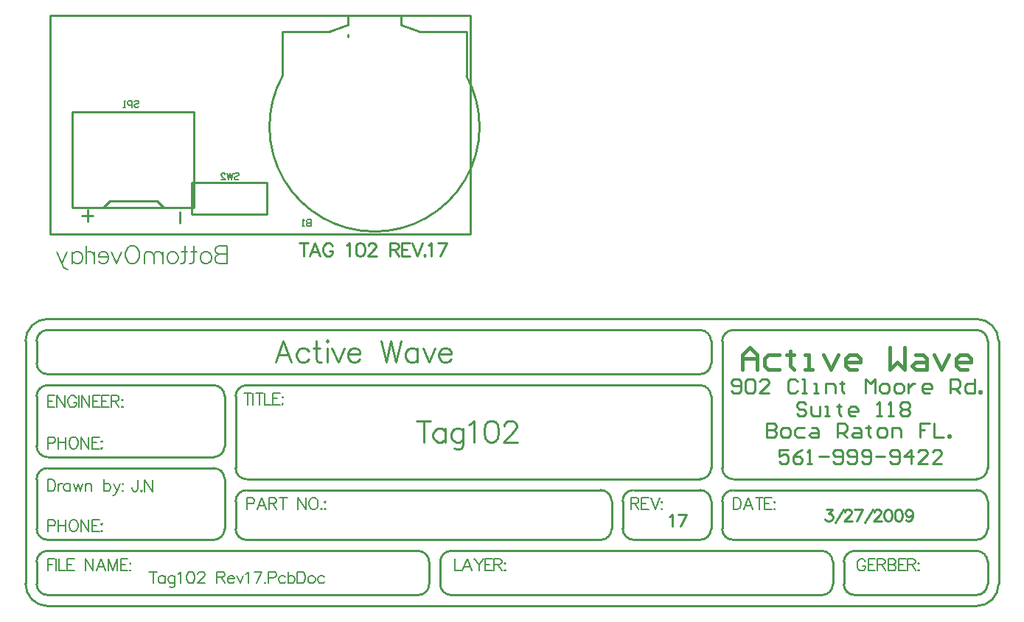
<source format=gbo>
%FSLAX23Y23*%
%MOIN*%
G70*
G01*
G75*
G04 Layer_Color=16777215*
%ADD10C,0.030*%
%ADD11R,0.030X0.030*%
%ADD12R,0.074X0.045*%
%ADD13C,0.040*%
%ADD14R,0.020X0.050*%
%ADD15O,0.016X0.060*%
%ADD16R,0.024X0.024*%
%ADD17O,0.016X0.060*%
%ADD18R,0.030X0.030*%
%ADD19R,0.024X0.100*%
%ADD20R,0.024X0.090*%
%ADD21R,0.070X0.024*%
%ADD22R,0.090X0.024*%
%ADD23O,0.024X0.080*%
%ADD24R,0.075X0.043*%
%ADD25R,0.014X0.035*%
%ADD26R,0.014X0.035*%
%ADD27R,0.050X0.036*%
%ADD28R,0.036X0.036*%
%ADD29R,0.036X0.036*%
%ADD30R,0.036X0.050*%
%ADD31R,0.063X0.051*%
%ADD32R,0.080X0.060*%
%ADD33C,0.010*%
%ADD34C,0.014*%
%ADD35C,0.006*%
%ADD36C,0.016*%
%ADD37C,0.015*%
%ADD38C,0.025*%
%ADD39C,0.012*%
%ADD40C,0.008*%
%ADD41C,0.020*%
%ADD42C,0.005*%
%ADD43C,0.009*%
%ADD44C,0.062*%
%ADD45R,0.062X0.062*%
%ADD46O,0.040X0.060*%
%ADD47C,0.070*%
%ADD48C,0.122*%
%ADD49C,0.028*%
%ADD50R,0.070X0.070*%
%ADD51R,0.067X0.091*%
%ADD52C,0.020*%
%ADD53R,0.200X0.100*%
%ADD54R,0.160X0.180*%
%ADD55R,0.098X0.138*%
%ADD56C,0.032*%
%ADD57C,0.010*%
D33*
X-187Y106D02*
G03*
X-266Y134I-200J-431D01*
G01*
X-387Y-800D02*
G03*
X29Y-96I0J475D01*
G01*
X-508Y134D02*
G03*
X-587Y106I121J-459D01*
G01*
X-803Y-96D02*
G03*
X-387Y-800I416J-229D01*
G01*
X-508Y82D02*
Y92D01*
X-508Y82D02*
X-508D01*
X-875Y-721D02*
Y-579D01*
X-1215Y-721D02*
X-875D01*
X-1215D02*
Y-579D01*
X-875D01*
X-1854Y-811D02*
Y178D01*
Y-811D02*
X48D01*
X-1854Y178D02*
X48D01*
Y-811D02*
Y178D01*
X-706Y-852D02*
Y-912D01*
X-726Y-852D02*
X-686D01*
X-633Y-912D02*
X-656Y-852D01*
X-679Y-912D01*
X-670Y-892D02*
X-642D01*
X-576Y-866D02*
X-579Y-861D01*
X-585Y-855D01*
X-591Y-852D01*
X-602D01*
X-608Y-855D01*
X-613Y-861D01*
X-616Y-866D01*
X-619Y-875D01*
Y-889D01*
X-616Y-898D01*
X-613Y-903D01*
X-608Y-909D01*
X-602Y-912D01*
X-591D01*
X-585Y-909D01*
X-579Y-903D01*
X-576Y-898D01*
Y-889D01*
X-591D02*
X-576D01*
X-515Y-863D02*
X-510Y-861D01*
X-501Y-852D01*
Y-912D01*
X-454Y-852D02*
X-463Y-855D01*
X-469Y-863D01*
X-471Y-878D01*
Y-886D01*
X-469Y-901D01*
X-463Y-909D01*
X-454Y-912D01*
X-449D01*
X-440Y-909D01*
X-434Y-901D01*
X-431Y-886D01*
Y-878D01*
X-434Y-863D01*
X-440Y-855D01*
X-449Y-852D01*
X-454D01*
X-415Y-866D02*
Y-863D01*
X-412Y-858D01*
X-409Y-855D01*
X-404Y-852D01*
X-392D01*
X-387Y-855D01*
X-384Y-858D01*
X-381Y-863D01*
Y-869D01*
X-384Y-875D01*
X-390Y-883D01*
X-418Y-912D01*
X-378D01*
X-318Y-852D02*
Y-912D01*
Y-852D02*
X-292D01*
X-283Y-855D01*
X-280Y-858D01*
X-278Y-863D01*
Y-869D01*
X-280Y-875D01*
X-283Y-878D01*
X-292Y-881D01*
X-318D01*
X-298D02*
X-278Y-912D01*
X-227Y-852D02*
X-264D01*
Y-912D01*
X-227D01*
X-264Y-881D02*
X-241D01*
X-217Y-852D02*
X-194Y-912D01*
X-171Y-852D02*
X-194Y-912D01*
X-161Y-906D02*
X-164Y-909D01*
X-161Y-912D01*
X-158Y-909D01*
X-161Y-906D01*
X-145Y-863D02*
X-139Y-861D01*
X-130Y-852D01*
Y-912D01*
X-61Y-852D02*
X-89Y-912D01*
X-101Y-852D02*
X-61D01*
X2385Y-2020D02*
G03*
X2336Y-1971I-49J0D01*
G01*
X1235D02*
G03*
X1185Y-2021I0J-50D01*
G01*
X2335Y-1921D02*
G03*
X2385Y-1871I0J50D01*
G01*
X1185D02*
G03*
X1235Y-1921I50J0D01*
G01*
X-1865Y-1196D02*
G03*
X-1965Y-1296I0J-100D01*
G01*
Y-2395D02*
G03*
X-1866Y-2496I101J0D01*
G01*
X2335Y-2496D02*
G03*
X2435Y-2396I0J100D01*
G01*
Y-1296D02*
G03*
X2335Y-1196I-100J0D01*
G01*
X2385Y-1295D02*
G03*
X2334Y-1246I-49J0D01*
G01*
X2335Y-2196D02*
G03*
X2385Y-2146I0J50D01*
G01*
X2385Y-2295D02*
G03*
X2335Y-2246I-50J-1D01*
G01*
Y-2446D02*
G03*
X2385Y-2396I0J50D01*
G01*
X1085Y-2196D02*
G03*
X1135Y-2146I0J50D01*
G01*
X1185Y-2147D02*
G03*
X1235Y-2196I49J0D01*
G01*
X1135Y-2020D02*
G03*
X1086Y-1971I-49J0D01*
G01*
X-1915Y-2396D02*
G03*
X-1866Y-2446I50J0D01*
G01*
X1086Y-1921D02*
G03*
X1135Y-1871I-1J50D01*
G01*
X-1865Y-2246D02*
G03*
X-1915Y-2296I0J-50D01*
G01*
X1135Y-1546D02*
G03*
X1085Y-1496I-50J0D01*
G01*
Y-1446D02*
G03*
X1135Y-1396I0J50D01*
G01*
X1235Y-1246D02*
G03*
X1185Y-1296I0J-50D01*
G01*
X1135D02*
G03*
X1085Y-1246I-50J0D01*
G01*
X-1865D02*
G03*
X-1915Y-1296I0J-50D01*
G01*
Y-1396D02*
G03*
X-1865Y-1446I50J0D01*
G01*
Y-1496D02*
G03*
X-1915Y-1546I0J-50D01*
G01*
Y-1771D02*
G03*
X-1865Y-1821I50J0D01*
G01*
Y-1871D02*
G03*
X-1915Y-1921I0J-50D01*
G01*
Y-2146D02*
G03*
X-1866Y-2196I50J0D01*
G01*
X-965Y-1496D02*
G03*
X-1015Y-1546I0J-50D01*
G01*
X-965Y-1971D02*
G03*
X-1015Y-2021I0J-50D01*
G01*
X783Y-1971D02*
G03*
X735Y-2022I0J-48D01*
G01*
X735Y-2145D02*
G03*
X785Y-2196I51J0D01*
G01*
X636Y-2196D02*
G03*
X685Y-2146I0J49D01*
G01*
X685Y-2020D02*
G03*
X636Y-1971I-49J0D01*
G01*
X-1114Y-2196D02*
G03*
X-1065Y-2147I0J49D01*
G01*
X-1015D02*
G03*
X-966Y-2196I49J0D01*
G01*
X-1015Y-1872D02*
G03*
X-966Y-1921I49J0D01*
G01*
X-1065Y-1920D02*
G03*
X-1116Y-1871I-49J0D01*
G01*
X-1113Y-1821D02*
G03*
X-1065Y-1773I0J48D01*
G01*
Y-1545D02*
G03*
X-1114Y-1496I-49J0D01*
G01*
X1785Y-2246D02*
G03*
X1735Y-2296I0J-50D01*
G01*
Y-2397D02*
G03*
X1785Y-2446I49J0D01*
G01*
X1636Y-2446D02*
G03*
X1685Y-2397I1J48D01*
G01*
X1685Y-2296D02*
G03*
X1635Y-2246I-50J0D01*
G01*
X-90Y-2396D02*
G03*
X-41Y-2446I50J0D01*
G01*
X-40Y-2246D02*
G03*
X-90Y-2296I0J-50D01*
G01*
X-189Y-2446D02*
G03*
X-140Y-2397I1J48D01*
G01*
X-140Y-2296D02*
G03*
X-190Y-2246I-50J0D01*
G01*
X2385Y-2146D02*
Y-2020D01*
X1185Y-2146D02*
Y-2021D01*
X2385Y-1871D02*
Y-1296D01*
X1185Y-1871D02*
Y-1296D01*
X-1965Y-2396D02*
Y-1296D01*
X-1915Y-2396D02*
Y-2296D01*
X2385Y-2396D02*
Y-2296D01*
X1135Y-2146D02*
Y-2021D01*
X735Y-2146D02*
Y-2021D01*
X-1015Y-2146D02*
Y-2021D01*
X685Y-2146D02*
Y-2021D01*
X-1015Y-1871D02*
Y-1546D01*
X1135Y-1871D02*
Y-1546D01*
Y-1396D02*
Y-1296D01*
X-1915Y-1396D02*
Y-1296D01*
X-1065Y-1771D02*
Y-1546D01*
X-1915Y-1771D02*
Y-1546D01*
X-1065Y-2146D02*
Y-1921D01*
X-1915Y-2146D02*
Y-1921D01*
X2435Y-2396D02*
Y-1296D01*
X1735Y-2396D02*
Y-2296D01*
X1685Y-2396D02*
Y-2296D01*
X-90Y-2396D02*
Y-2296D01*
X-140Y-2396D02*
Y-2296D01*
X1235Y-1971D02*
X2335D01*
X1235Y-1921D02*
X2335D01*
X-965D02*
X1085D01*
X1235Y-1246D02*
X2335D01*
X1235Y-2196D02*
X2335D01*
X785Y-1971D02*
X1085D01*
X785Y-2196D02*
X1085D01*
X-965D02*
X635D01*
X-965Y-1971D02*
X635D01*
X-965Y-1496D02*
X1085D01*
X-1865Y-1446D02*
X1085D01*
X-1865Y-1496D02*
X-1115D01*
X-1865Y-1821D02*
X-1115D01*
X-1865Y-1871D02*
X-1115D01*
X-1865Y-2196D02*
X-1115D01*
X-1865Y-1196D02*
X2335D01*
X-1865Y-2496D02*
X2335D01*
X-1865Y-1246D02*
X1085D01*
X1785Y-2246D02*
X2335D01*
X1785Y-2446D02*
X2335D01*
X-40Y-2246D02*
X1635D01*
X-1865D02*
X-190D01*
X-1865Y-2446D02*
X-190D01*
X-40D02*
X1635D01*
X1564Y-1583D02*
X1554Y-1572D01*
X1532D01*
X1522Y-1583D01*
Y-1593D01*
X1532Y-1604D01*
X1554D01*
X1564Y-1615D01*
Y-1625D01*
X1554Y-1636D01*
X1532D01*
X1522Y-1625D01*
X1586Y-1593D02*
Y-1625D01*
X1596Y-1636D01*
X1628D01*
Y-1593D01*
X1649Y-1636D02*
X1671D01*
X1660D01*
Y-1593D01*
X1649D01*
X1713Y-1583D02*
Y-1593D01*
X1703D01*
X1724D01*
X1713D01*
Y-1625D01*
X1724Y-1636D01*
X1788D02*
X1767D01*
X1756Y-1625D01*
Y-1604D01*
X1767Y-1593D01*
X1788D01*
X1799Y-1604D01*
Y-1615D01*
X1756D01*
X1884Y-1636D02*
X1905D01*
X1895D01*
Y-1572D01*
X1884Y-1583D01*
X1937Y-1636D02*
X1959D01*
X1948D01*
Y-1572D01*
X1937Y-1583D01*
X1991D02*
X2001Y-1572D01*
X2023D01*
X2033Y-1583D01*
Y-1593D01*
X2023Y-1604D01*
X2033Y-1615D01*
Y-1625D01*
X2023Y-1636D01*
X2001D01*
X1991Y-1625D01*
Y-1615D01*
X2001Y-1604D01*
X1991Y-1593D01*
Y-1583D01*
X2001Y-1604D02*
X2023D01*
X1484Y-1787D02*
X1442D01*
Y-1819D01*
X1463Y-1808D01*
X1474D01*
X1484Y-1819D01*
Y-1840D01*
X1474Y-1851D01*
X1452D01*
X1442Y-1840D01*
X1548Y-1787D02*
X1527Y-1798D01*
X1506Y-1819D01*
Y-1840D01*
X1516Y-1851D01*
X1537D01*
X1548Y-1840D01*
Y-1830D01*
X1537Y-1819D01*
X1506D01*
X1569Y-1851D02*
X1591D01*
X1580D01*
Y-1787D01*
X1569Y-1798D01*
X1623Y-1819D02*
X1665D01*
X1687Y-1840D02*
X1697Y-1851D01*
X1719D01*
X1729Y-1840D01*
Y-1798D01*
X1719Y-1787D01*
X1697D01*
X1687Y-1798D01*
Y-1808D01*
X1697Y-1819D01*
X1729D01*
X1751Y-1840D02*
X1761Y-1851D01*
X1783D01*
X1793Y-1840D01*
Y-1798D01*
X1783Y-1787D01*
X1761D01*
X1751Y-1798D01*
Y-1808D01*
X1761Y-1819D01*
X1793D01*
X1815Y-1840D02*
X1825Y-1851D01*
X1847D01*
X1857Y-1840D01*
Y-1798D01*
X1847Y-1787D01*
X1825D01*
X1815Y-1798D01*
Y-1808D01*
X1825Y-1819D01*
X1857D01*
X1879D02*
X1921D01*
X1943Y-1840D02*
X1953Y-1851D01*
X1975D01*
X1985Y-1840D01*
Y-1798D01*
X1975Y-1787D01*
X1953D01*
X1943Y-1798D01*
Y-1808D01*
X1953Y-1819D01*
X1985D01*
X2039Y-1851D02*
Y-1787D01*
X2007Y-1819D01*
X2049D01*
X2113Y-1851D02*
X2071D01*
X2113Y-1808D01*
Y-1798D01*
X2103Y-1787D01*
X2081D01*
X2071Y-1798D01*
X2177Y-1851D02*
X2135D01*
X2177Y-1808D01*
Y-1798D01*
X2167Y-1787D01*
X2145D01*
X2135Y-1798D01*
X1227Y-1520D02*
X1237Y-1531D01*
X1259D01*
X1269Y-1520D01*
Y-1478D01*
X1259Y-1467D01*
X1237D01*
X1227Y-1478D01*
Y-1488D01*
X1237Y-1499D01*
X1269D01*
X1291Y-1478D02*
X1301Y-1467D01*
X1322D01*
X1333Y-1478D01*
Y-1520D01*
X1322Y-1531D01*
X1301D01*
X1291Y-1520D01*
Y-1478D01*
X1397Y-1531D02*
X1354D01*
X1397Y-1488D01*
Y-1478D01*
X1386Y-1467D01*
X1365D01*
X1354Y-1478D01*
X1525D02*
X1514Y-1467D01*
X1493D01*
X1482Y-1478D01*
Y-1520D01*
X1493Y-1531D01*
X1514D01*
X1525Y-1520D01*
X1546Y-1531D02*
X1568D01*
X1557D01*
Y-1467D01*
X1546D01*
X1600Y-1531D02*
X1621D01*
X1610D01*
Y-1488D01*
X1600D01*
X1653Y-1531D02*
Y-1488D01*
X1685D01*
X1696Y-1499D01*
Y-1531D01*
X1728Y-1478D02*
Y-1488D01*
X1717D01*
X1738D01*
X1728D01*
Y-1520D01*
X1738Y-1531D01*
X1834D02*
Y-1467D01*
X1856Y-1488D01*
X1877Y-1467D01*
Y-1531D01*
X1909D02*
X1930D01*
X1941Y-1520D01*
Y-1499D01*
X1930Y-1488D01*
X1909D01*
X1898Y-1499D01*
Y-1520D01*
X1909Y-1531D01*
X1973D02*
X1994D01*
X2005Y-1520D01*
Y-1499D01*
X1994Y-1488D01*
X1973D01*
X1962Y-1499D01*
Y-1520D01*
X1973Y-1531D01*
X2026Y-1488D02*
Y-1531D01*
Y-1510D01*
X2037Y-1499D01*
X2048Y-1488D01*
X2058D01*
X2122Y-1531D02*
X2101D01*
X2090Y-1520D01*
Y-1499D01*
X2101Y-1488D01*
X2122D01*
X2133Y-1499D01*
Y-1510D01*
X2090D01*
X2218Y-1531D02*
Y-1467D01*
X2250D01*
X2261Y-1478D01*
Y-1499D01*
X2250Y-1510D01*
X2218D01*
X2240D02*
X2261Y-1531D01*
X2325Y-1467D02*
Y-1531D01*
X2293D01*
X2282Y-1520D01*
Y-1499D01*
X2293Y-1488D01*
X2325D01*
X2346Y-1531D02*
Y-1520D01*
X2357D01*
Y-1531D01*
X2346D01*
X1387Y-1667D02*
Y-1731D01*
X1419D01*
X1429Y-1720D01*
Y-1710D01*
X1419Y-1699D01*
X1387D01*
X1419D01*
X1429Y-1688D01*
Y-1678D01*
X1419Y-1667D01*
X1387D01*
X1461Y-1731D02*
X1482D01*
X1493Y-1720D01*
Y-1699D01*
X1482Y-1688D01*
X1461D01*
X1451Y-1699D01*
Y-1720D01*
X1461Y-1731D01*
X1557Y-1688D02*
X1525D01*
X1514Y-1699D01*
Y-1720D01*
X1525Y-1731D01*
X1557D01*
X1589Y-1688D02*
X1610D01*
X1621Y-1699D01*
Y-1731D01*
X1589D01*
X1578Y-1720D01*
X1589Y-1710D01*
X1621D01*
X1706Y-1731D02*
Y-1667D01*
X1738D01*
X1749Y-1678D01*
Y-1699D01*
X1738Y-1710D01*
X1706D01*
X1728D02*
X1749Y-1731D01*
X1781Y-1688D02*
X1802D01*
X1813Y-1699D01*
Y-1731D01*
X1781D01*
X1770Y-1720D01*
X1781Y-1710D01*
X1813D01*
X1845Y-1678D02*
Y-1688D01*
X1834D01*
X1856D01*
X1845D01*
Y-1720D01*
X1856Y-1731D01*
X1898D02*
X1920D01*
X1930Y-1720D01*
Y-1699D01*
X1920Y-1688D01*
X1898D01*
X1888Y-1699D01*
Y-1720D01*
X1898Y-1731D01*
X1952D02*
Y-1688D01*
X1984D01*
X1994Y-1699D01*
Y-1731D01*
X2122Y-1667D02*
X2080D01*
Y-1699D01*
X2101D01*
X2080D01*
Y-1731D01*
X2144Y-1667D02*
Y-1731D01*
X2186D01*
X2208D02*
Y-1720D01*
X2218D01*
Y-1731D01*
X2208D01*
D35*
X-1020Y-539D02*
X-1017Y-536D01*
X-1013Y-535D01*
X-1007D01*
X-1003Y-536D01*
X-1000Y-539D01*
Y-542D01*
X-1001Y-545D01*
X-1003Y-546D01*
X-1006Y-548D01*
X-1014Y-551D01*
X-1017Y-552D01*
X-1019Y-554D01*
X-1020Y-556D01*
Y-561D01*
X-1017Y-564D01*
X-1013Y-565D01*
X-1007D01*
X-1003Y-564D01*
X-1000Y-561D01*
X-1027Y-535D02*
X-1034Y-565D01*
X-1041Y-535D02*
X-1034Y-565D01*
X-1041Y-535D02*
X-1048Y-565D01*
X-1055Y-535D02*
X-1048Y-565D01*
X-1063Y-542D02*
Y-541D01*
X-1064Y-538D01*
X-1066Y-536D01*
X-1068Y-535D01*
X-1074D01*
X-1077Y-536D01*
X-1078Y-538D01*
X-1080Y-541D01*
Y-544D01*
X-1078Y-546D01*
X-1076Y-551D01*
X-1061Y-565D01*
X-1081D01*
X-675Y-745D02*
Y-775D01*
X-690D01*
X-695Y-770D01*
Y-765D01*
X-690Y-760D01*
X-675D01*
X-690D01*
X-695Y-755D01*
Y-750D01*
X-690Y-745D01*
X-675D01*
X-705Y-775D02*
X-715D01*
X-710D01*
Y-745D01*
X-705Y-750D01*
X-1472Y-212D02*
X-1467Y-207D01*
X-1457D01*
X-1452Y-212D01*
Y-217D01*
X-1457Y-222D01*
X-1467D01*
X-1472Y-227D01*
Y-232D01*
X-1467Y-237D01*
X-1457D01*
X-1452Y-232D01*
X-1482Y-237D02*
Y-207D01*
X-1497D01*
X-1502Y-212D01*
Y-222D01*
X-1497Y-227D01*
X-1482D01*
X-1512Y-237D02*
X-1522D01*
X-1517D01*
Y-207D01*
X-1512Y-212D01*
D37*
X1277Y-1426D02*
Y-1359D01*
X1310Y-1326D01*
X1343Y-1359D01*
Y-1426D01*
Y-1376D01*
X1277D01*
X1443Y-1359D02*
X1393D01*
X1376Y-1376D01*
Y-1409D01*
X1393Y-1426D01*
X1443D01*
X1493Y-1343D02*
Y-1359D01*
X1476D01*
X1510D01*
X1493D01*
Y-1409D01*
X1510Y-1426D01*
X1560D02*
X1593D01*
X1576D01*
Y-1359D01*
X1560D01*
X1643D02*
X1676Y-1426D01*
X1710Y-1359D01*
X1793Y-1426D02*
X1760D01*
X1743Y-1409D01*
Y-1376D01*
X1760Y-1359D01*
X1793D01*
X1810Y-1376D01*
Y-1393D01*
X1743D01*
X1943Y-1326D02*
Y-1426D01*
X1976Y-1393D01*
X2010Y-1426D01*
Y-1326D01*
X2060Y-1359D02*
X2093D01*
X2110Y-1376D01*
Y-1426D01*
X2060D01*
X2043Y-1409D01*
X2060Y-1393D01*
X2110D01*
X2143Y-1359D02*
X2176Y-1426D01*
X2210Y-1359D01*
X2293Y-1426D02*
X2260D01*
X2243Y-1409D01*
Y-1376D01*
X2260Y-1359D01*
X2293D01*
X2310Y-1376D01*
Y-1393D01*
X2243D01*
D40*
X-1053Y-865D02*
Y-945D01*
Y-865D02*
X-1087D01*
X-1099Y-869D01*
X-1103Y-873D01*
X-1106Y-880D01*
Y-888D01*
X-1103Y-895D01*
X-1099Y-899D01*
X-1087Y-903D01*
X-1053D02*
X-1087D01*
X-1099Y-907D01*
X-1103Y-911D01*
X-1106Y-918D01*
Y-930D01*
X-1103Y-937D01*
X-1099Y-941D01*
X-1087Y-945D01*
X-1053D01*
X-1143Y-892D02*
X-1136Y-895D01*
X-1128Y-903D01*
X-1124Y-915D01*
Y-922D01*
X-1128Y-934D01*
X-1136Y-941D01*
X-1143Y-945D01*
X-1155D01*
X-1162Y-941D01*
X-1170Y-934D01*
X-1174Y-922D01*
Y-915D01*
X-1170Y-903D01*
X-1162Y-895D01*
X-1155Y-892D01*
X-1143D01*
X-1203Y-865D02*
Y-930D01*
X-1206Y-941D01*
X-1214Y-945D01*
X-1222D01*
X-1191Y-892D02*
X-1218D01*
X-1245Y-865D02*
Y-930D01*
X-1248Y-941D01*
X-1256Y-945D01*
X-1264D01*
X-1233Y-892D02*
X-1260D01*
X-1294D02*
X-1286Y-895D01*
X-1279Y-903D01*
X-1275Y-915D01*
Y-922D01*
X-1279Y-934D01*
X-1286Y-941D01*
X-1294Y-945D01*
X-1306D01*
X-1313Y-941D01*
X-1321Y-934D01*
X-1325Y-922D01*
Y-915D01*
X-1321Y-903D01*
X-1313Y-895D01*
X-1306Y-892D01*
X-1294D01*
X-1342D02*
Y-945D01*
Y-907D02*
X-1354Y-895D01*
X-1361Y-892D01*
X-1373D01*
X-1380Y-895D01*
X-1384Y-907D01*
Y-945D01*
Y-907D02*
X-1395Y-895D01*
X-1403Y-892D01*
X-1414D01*
X-1422Y-895D01*
X-1426Y-907D01*
Y-945D01*
X-1474Y-865D02*
X-1466Y-869D01*
X-1459Y-876D01*
X-1455Y-884D01*
X-1451Y-895D01*
Y-915D01*
X-1455Y-926D01*
X-1459Y-934D01*
X-1466Y-941D01*
X-1474Y-945D01*
X-1489D01*
X-1497Y-941D01*
X-1504Y-934D01*
X-1508Y-926D01*
X-1512Y-915D01*
Y-895D01*
X-1508Y-884D01*
X-1504Y-876D01*
X-1497Y-869D01*
X-1489Y-865D01*
X-1474D01*
X-1531Y-892D02*
X-1553Y-945D01*
X-1576Y-892D02*
X-1553Y-945D01*
X-1589Y-915D02*
X-1635D01*
Y-907D01*
X-1631Y-899D01*
X-1627Y-895D01*
X-1620Y-892D01*
X-1608D01*
X-1601Y-895D01*
X-1593Y-903D01*
X-1589Y-915D01*
Y-922D01*
X-1593Y-934D01*
X-1601Y-941D01*
X-1608Y-945D01*
X-1620D01*
X-1627Y-941D01*
X-1635Y-934D01*
X-1652Y-892D02*
Y-945D01*
Y-915D02*
X-1656Y-903D01*
X-1664Y-895D01*
X-1671Y-892D01*
X-1683D01*
X-1690Y-865D02*
Y-945D01*
X-1752Y-892D02*
Y-945D01*
Y-903D02*
X-1745Y-895D01*
X-1737Y-892D01*
X-1726D01*
X-1718Y-895D01*
X-1710Y-903D01*
X-1707Y-915D01*
Y-922D01*
X-1710Y-934D01*
X-1718Y-941D01*
X-1726Y-945D01*
X-1737D01*
X-1745Y-941D01*
X-1752Y-934D01*
X-1777Y-892D02*
X-1800Y-945D01*
X-1823Y-892D02*
X-1800Y-945D01*
X-1793Y-960D01*
X-1785Y-968D01*
X-1777Y-972D01*
X-1774D01*
X-1457Y-1924D02*
Y-1965D01*
X-1459Y-1972D01*
X-1462Y-1975D01*
X-1467Y-1977D01*
X-1472D01*
X-1477Y-1975D01*
X-1480Y-1972D01*
X-1482Y-1965D01*
Y-1959D01*
X-1440Y-1972D02*
X-1443Y-1975D01*
X-1440Y-1977D01*
X-1438Y-1975D01*
X-1440Y-1972D01*
X-1426Y-1924D02*
Y-1977D01*
Y-1924D02*
X-1391Y-1977D01*
Y-1924D02*
Y-1977D01*
D42*
X-1388Y-2340D02*
Y-2393D01*
X-1406Y-2340D02*
X-1370D01*
X-1334Y-2357D02*
Y-2393D01*
Y-2365D02*
X-1339Y-2360D01*
X-1344Y-2357D01*
X-1351D01*
X-1356Y-2360D01*
X-1362Y-2365D01*
X-1364Y-2373D01*
Y-2378D01*
X-1362Y-2385D01*
X-1356Y-2390D01*
X-1351Y-2393D01*
X-1344D01*
X-1339Y-2390D01*
X-1334Y-2385D01*
X-1289Y-2357D02*
Y-2398D01*
X-1291Y-2406D01*
X-1294Y-2408D01*
X-1299Y-2411D01*
X-1307D01*
X-1312Y-2408D01*
X-1289Y-2365D02*
X-1294Y-2360D01*
X-1299Y-2357D01*
X-1307D01*
X-1312Y-2360D01*
X-1317Y-2365D01*
X-1319Y-2373D01*
Y-2378D01*
X-1317Y-2385D01*
X-1312Y-2390D01*
X-1307Y-2393D01*
X-1299D01*
X-1294Y-2390D01*
X-1289Y-2385D01*
X-1275Y-2350D02*
X-1270Y-2347D01*
X-1262Y-2340D01*
Y-2393D01*
X-1220Y-2340D02*
X-1228Y-2342D01*
X-1233Y-2350D01*
X-1236Y-2363D01*
Y-2370D01*
X-1233Y-2383D01*
X-1228Y-2390D01*
X-1220Y-2393D01*
X-1215D01*
X-1208Y-2390D01*
X-1203Y-2383D01*
X-1200Y-2370D01*
Y-2363D01*
X-1203Y-2350D01*
X-1208Y-2342D01*
X-1215Y-2340D01*
X-1220D01*
X-1186Y-2352D02*
Y-2350D01*
X-1183Y-2345D01*
X-1181Y-2342D01*
X-1175Y-2340D01*
X-1165D01*
X-1160Y-2342D01*
X-1158Y-2345D01*
X-1155Y-2350D01*
Y-2355D01*
X-1158Y-2360D01*
X-1163Y-2368D01*
X-1188Y-2393D01*
X-1153D01*
X-1099Y-2340D02*
Y-2393D01*
Y-2340D02*
X-1076D01*
X-1068Y-2342D01*
X-1066Y-2345D01*
X-1063Y-2350D01*
Y-2355D01*
X-1066Y-2360D01*
X-1068Y-2363D01*
X-1076Y-2365D01*
X-1099D01*
X-1081D02*
X-1063Y-2393D01*
X-1051Y-2373D02*
X-1021D01*
Y-2368D01*
X-1023Y-2363D01*
X-1026Y-2360D01*
X-1031Y-2357D01*
X-1039D01*
X-1044Y-2360D01*
X-1049Y-2365D01*
X-1051Y-2373D01*
Y-2378D01*
X-1049Y-2385D01*
X-1044Y-2390D01*
X-1039Y-2393D01*
X-1031D01*
X-1026Y-2390D01*
X-1021Y-2385D01*
X-1009Y-2357D02*
X-994Y-2393D01*
X-979Y-2357D02*
X-994Y-2393D01*
X-970Y-2350D02*
X-965Y-2347D01*
X-958Y-2340D01*
Y-2393D01*
X-896Y-2340D02*
X-921Y-2393D01*
X-931Y-2340D02*
X-896D01*
X-881Y-2388D02*
X-884Y-2390D01*
X-881Y-2393D01*
X-879Y-2390D01*
X-881Y-2388D01*
X-867Y-2368D02*
X-844D01*
X-836Y-2365D01*
X-834Y-2363D01*
X-831Y-2357D01*
Y-2350D01*
X-834Y-2345D01*
X-836Y-2342D01*
X-844Y-2340D01*
X-867D01*
Y-2393D01*
X-789Y-2365D02*
X-794Y-2360D01*
X-799Y-2357D01*
X-807D01*
X-812Y-2360D01*
X-817Y-2365D01*
X-819Y-2373D01*
Y-2378D01*
X-817Y-2385D01*
X-812Y-2390D01*
X-807Y-2393D01*
X-799D01*
X-794Y-2390D01*
X-789Y-2385D01*
X-778Y-2340D02*
Y-2393D01*
Y-2365D02*
X-772Y-2360D01*
X-767Y-2357D01*
X-760D01*
X-755Y-2360D01*
X-750Y-2365D01*
X-747Y-2373D01*
Y-2378D01*
X-750Y-2385D01*
X-755Y-2390D01*
X-760Y-2393D01*
X-767D01*
X-772Y-2390D01*
X-778Y-2385D01*
X-736Y-2340D02*
Y-2393D01*
Y-2340D02*
X-718D01*
X-710Y-2342D01*
X-705Y-2347D01*
X-703Y-2352D01*
X-700Y-2360D01*
Y-2373D01*
X-703Y-2380D01*
X-705Y-2385D01*
X-710Y-2390D01*
X-718Y-2393D01*
X-736D01*
X-675Y-2357D02*
X-681Y-2360D01*
X-686Y-2365D01*
X-688Y-2373D01*
Y-2378D01*
X-686Y-2385D01*
X-681Y-2390D01*
X-675Y-2393D01*
X-668D01*
X-663Y-2390D01*
X-658Y-2385D01*
X-655Y-2378D01*
Y-2373D01*
X-658Y-2365D01*
X-663Y-2360D01*
X-668Y-2357D01*
X-675D01*
X-613Y-2365D02*
X-618Y-2360D01*
X-623Y-2357D01*
X-631D01*
X-636Y-2360D01*
X-641Y-2365D01*
X-643Y-2373D01*
Y-2378D01*
X-641Y-2385D01*
X-636Y-2390D01*
X-631Y-2393D01*
X-623D01*
X-618Y-2390D01*
X-613Y-2385D01*
X1235Y-2005D02*
Y-2059D01*
Y-2005D02*
X1253D01*
X1260Y-2008D01*
X1265Y-2013D01*
X1268Y-2018D01*
X1270Y-2026D01*
Y-2038D01*
X1268Y-2046D01*
X1265Y-2051D01*
X1260Y-2056D01*
X1253Y-2059D01*
X1235D01*
X1323D02*
X1303Y-2005D01*
X1282Y-2059D01*
X1290Y-2041D02*
X1315D01*
X1353Y-2005D02*
Y-2059D01*
X1335Y-2005D02*
X1371D01*
X1410D02*
X1377D01*
Y-2059D01*
X1410D01*
X1377Y-2031D02*
X1398D01*
X1422Y-2023D02*
X1419Y-2026D01*
X1422Y-2028D01*
X1424Y-2026D01*
X1422Y-2023D01*
Y-2054D02*
X1419Y-2056D01*
X1422Y-2059D01*
X1424Y-2056D01*
X1422Y-2054D01*
X772Y-2005D02*
Y-2059D01*
Y-2005D02*
X795D01*
X803Y-2008D01*
X805Y-2010D01*
X808Y-2016D01*
Y-2021D01*
X805Y-2026D01*
X803Y-2028D01*
X795Y-2031D01*
X772D01*
X790D02*
X808Y-2059D01*
X853Y-2005D02*
X820D01*
Y-2059D01*
X853D01*
X820Y-2031D02*
X840D01*
X862Y-2005D02*
X882Y-2059D01*
X902Y-2005D02*
X882Y-2059D01*
X912Y-2023D02*
X909Y-2026D01*
X912Y-2028D01*
X914Y-2026D01*
X912Y-2023D01*
Y-2054D02*
X909Y-2056D01*
X912Y-2059D01*
X914Y-2056D01*
X912Y-2054D01*
X-1865Y-1758D02*
X-1842D01*
X-1835Y-1756D01*
X-1832Y-1753D01*
X-1830Y-1748D01*
Y-1741D01*
X-1832Y-1735D01*
X-1835Y-1733D01*
X-1842Y-1730D01*
X-1865D01*
Y-1784D01*
X-1818Y-1730D02*
Y-1784D01*
X-1782Y-1730D02*
Y-1784D01*
X-1818Y-1756D02*
X-1782D01*
X-1752Y-1730D02*
X-1757Y-1733D01*
X-1762Y-1738D01*
X-1765Y-1743D01*
X-1767Y-1751D01*
Y-1763D01*
X-1765Y-1771D01*
X-1762Y-1776D01*
X-1757Y-1781D01*
X-1752Y-1784D01*
X-1742D01*
X-1737Y-1781D01*
X-1732Y-1776D01*
X-1729Y-1771D01*
X-1727Y-1763D01*
Y-1751D01*
X-1729Y-1743D01*
X-1732Y-1738D01*
X-1737Y-1733D01*
X-1742Y-1730D01*
X-1752D01*
X-1714D02*
Y-1784D01*
Y-1730D02*
X-1679Y-1784D01*
Y-1730D02*
Y-1784D01*
X-1631Y-1730D02*
X-1664D01*
Y-1784D01*
X-1631D01*
X-1664Y-1756D02*
X-1644D01*
X-1620Y-1748D02*
X-1622Y-1751D01*
X-1620Y-1753D01*
X-1617Y-1751D01*
X-1620Y-1748D01*
Y-1779D02*
X-1622Y-1781D01*
X-1620Y-1784D01*
X-1617Y-1781D01*
X-1620Y-1779D01*
X-1865Y-2133D02*
X-1842D01*
X-1835Y-2131D01*
X-1832Y-2128D01*
X-1830Y-2123D01*
Y-2116D01*
X-1832Y-2110D01*
X-1835Y-2108D01*
X-1842Y-2105D01*
X-1865D01*
Y-2159D01*
X-1818Y-2105D02*
Y-2159D01*
X-1782Y-2105D02*
Y-2159D01*
X-1818Y-2131D02*
X-1782D01*
X-1752Y-2105D02*
X-1757Y-2108D01*
X-1762Y-2113D01*
X-1765Y-2118D01*
X-1767Y-2126D01*
Y-2138D01*
X-1765Y-2146D01*
X-1762Y-2151D01*
X-1757Y-2156D01*
X-1752Y-2159D01*
X-1742D01*
X-1737Y-2156D01*
X-1732Y-2151D01*
X-1729Y-2146D01*
X-1727Y-2138D01*
Y-2126D01*
X-1729Y-2118D01*
X-1732Y-2113D01*
X-1737Y-2108D01*
X-1742Y-2105D01*
X-1752D01*
X-1714D02*
Y-2159D01*
Y-2105D02*
X-1679Y-2159D01*
Y-2105D02*
Y-2159D01*
X-1631Y-2105D02*
X-1664D01*
Y-2159D01*
X-1631D01*
X-1664Y-2131D02*
X-1644D01*
X-1620Y-2123D02*
X-1622Y-2126D01*
X-1620Y-2128D01*
X-1617Y-2126D01*
X-1620Y-2123D01*
Y-2154D02*
X-1622Y-2156D01*
X-1620Y-2159D01*
X-1617Y-2156D01*
X-1620Y-2154D01*
X-25Y-2283D02*
Y-2336D01*
X5D01*
X52D02*
X32Y-2283D01*
X11Y-2336D01*
X19Y-2318D02*
X44D01*
X64Y-2283D02*
X85Y-2308D01*
Y-2336D01*
X105Y-2283D02*
X85Y-2308D01*
X145Y-2283D02*
X112D01*
Y-2336D01*
X145D01*
X112Y-2308D02*
X132D01*
X154Y-2283D02*
Y-2336D01*
Y-2283D02*
X177D01*
X184Y-2285D01*
X187Y-2288D01*
X189Y-2293D01*
Y-2298D01*
X187Y-2303D01*
X184Y-2306D01*
X177Y-2308D01*
X154D01*
X171D02*
X189Y-2336D01*
X204Y-2301D02*
X201Y-2303D01*
X204Y-2306D01*
X206Y-2303D01*
X204Y-2301D01*
Y-2331D02*
X201Y-2334D01*
X204Y-2336D01*
X206Y-2334D01*
X204Y-2331D01*
X-1832Y-1543D02*
X-1865D01*
Y-1596D01*
X-1832D01*
X-1865Y-1568D02*
X-1845D01*
X-1823Y-1543D02*
Y-1596D01*
Y-1543D02*
X-1788Y-1596D01*
Y-1543D02*
Y-1596D01*
X-1735Y-1556D02*
X-1737Y-1550D01*
X-1742Y-1545D01*
X-1748Y-1543D01*
X-1758D01*
X-1763Y-1545D01*
X-1768Y-1550D01*
X-1770Y-1556D01*
X-1773Y-1563D01*
Y-1576D01*
X-1770Y-1583D01*
X-1768Y-1589D01*
X-1763Y-1594D01*
X-1758Y-1596D01*
X-1748D01*
X-1742Y-1594D01*
X-1737Y-1589D01*
X-1735Y-1583D01*
Y-1576D01*
X-1748D02*
X-1735D01*
X-1723Y-1543D02*
Y-1596D01*
X-1711Y-1543D02*
Y-1596D01*
Y-1543D02*
X-1676Y-1596D01*
Y-1543D02*
Y-1596D01*
X-1628Y-1543D02*
X-1661D01*
Y-1596D01*
X-1628D01*
X-1661Y-1568D02*
X-1641D01*
X-1586Y-1543D02*
X-1619D01*
Y-1596D01*
X-1586D01*
X-1619Y-1568D02*
X-1599D01*
X-1577Y-1543D02*
Y-1596D01*
Y-1543D02*
X-1555D01*
X-1547Y-1545D01*
X-1544Y-1548D01*
X-1542Y-1553D01*
Y-1558D01*
X-1544Y-1563D01*
X-1547Y-1566D01*
X-1555Y-1568D01*
X-1577D01*
X-1560D02*
X-1542Y-1596D01*
X-1527Y-1561D02*
X-1530Y-1563D01*
X-1527Y-1566D01*
X-1525Y-1563D01*
X-1527Y-1561D01*
Y-1591D02*
X-1530Y-1594D01*
X-1527Y-1596D01*
X-1525Y-1594D01*
X-1527Y-1591D01*
X-965Y-2033D02*
X-942D01*
X-935Y-2031D01*
X-932Y-2028D01*
X-930Y-2023D01*
Y-2016D01*
X-932Y-2010D01*
X-935Y-2008D01*
X-942Y-2005D01*
X-965D01*
Y-2059D01*
X-877D02*
X-897Y-2005D01*
X-918Y-2059D01*
X-910Y-2041D02*
X-885D01*
X-865Y-2005D02*
Y-2059D01*
Y-2005D02*
X-842D01*
X-834Y-2008D01*
X-832Y-2010D01*
X-829Y-2016D01*
Y-2021D01*
X-832Y-2026D01*
X-834Y-2028D01*
X-842Y-2031D01*
X-865D01*
X-847D02*
X-829Y-2059D01*
X-799Y-2005D02*
Y-2059D01*
X-817Y-2005D02*
X-781D01*
X-733D02*
Y-2059D01*
Y-2005D02*
X-698Y-2059D01*
Y-2005D02*
Y-2059D01*
X-668Y-2005D02*
X-673Y-2008D01*
X-678Y-2013D01*
X-680Y-2018D01*
X-683Y-2026D01*
Y-2038D01*
X-680Y-2046D01*
X-678Y-2051D01*
X-673Y-2056D01*
X-668Y-2059D01*
X-658D01*
X-653Y-2056D01*
X-647Y-2051D01*
X-645Y-2046D01*
X-642Y-2038D01*
Y-2026D01*
X-645Y-2018D01*
X-647Y-2013D01*
X-653Y-2008D01*
X-658Y-2005D01*
X-668D01*
X-627Y-2054D02*
X-630Y-2056D01*
X-627Y-2059D01*
X-625Y-2056D01*
X-627Y-2054D01*
X-611Y-2023D02*
X-613Y-2026D01*
X-611Y-2028D01*
X-608Y-2026D01*
X-611Y-2023D01*
Y-2054D02*
X-613Y-2056D01*
X-611Y-2059D01*
X-608Y-2056D01*
X-611Y-2054D01*
X-960Y-1530D02*
Y-1584D01*
X-978Y-1530D02*
X-942D01*
X-936D02*
Y-1584D01*
X-907Y-1530D02*
Y-1584D01*
X-925Y-1530D02*
X-889D01*
X-883D02*
Y-1584D01*
X-852D01*
X-813Y-1530D02*
X-846D01*
Y-1584D01*
X-813D01*
X-846Y-1556D02*
X-826D01*
X-802Y-1548D02*
X-804Y-1551D01*
X-802Y-1553D01*
X-799Y-1551D01*
X-802Y-1548D01*
Y-1579D02*
X-804Y-1581D01*
X-802Y-1584D01*
X-799Y-1581D01*
X-802Y-1579D01*
X-1865Y-1923D02*
Y-1976D01*
Y-1923D02*
X-1847D01*
X-1840Y-1925D01*
X-1835Y-1930D01*
X-1832Y-1936D01*
X-1830Y-1943D01*
Y-1956D01*
X-1832Y-1963D01*
X-1835Y-1969D01*
X-1840Y-1974D01*
X-1847Y-1976D01*
X-1865D01*
X-1818Y-1941D02*
Y-1976D01*
Y-1956D02*
X-1815Y-1948D01*
X-1810Y-1943D01*
X-1805Y-1941D01*
X-1797D01*
X-1762D02*
Y-1976D01*
Y-1948D02*
X-1767Y-1943D01*
X-1772Y-1941D01*
X-1780D01*
X-1785Y-1943D01*
X-1790Y-1948D01*
X-1792Y-1956D01*
Y-1961D01*
X-1790Y-1969D01*
X-1785Y-1974D01*
X-1780Y-1976D01*
X-1772D01*
X-1767Y-1974D01*
X-1762Y-1969D01*
X-1748Y-1941D02*
X-1738Y-1976D01*
X-1727Y-1941D02*
X-1738Y-1976D01*
X-1727Y-1941D02*
X-1717Y-1976D01*
X-1707Y-1941D02*
X-1717Y-1976D01*
X-1695Y-1941D02*
Y-1976D01*
Y-1951D02*
X-1687Y-1943D01*
X-1682Y-1941D01*
X-1674D01*
X-1669Y-1943D01*
X-1667Y-1951D01*
Y-1976D01*
X-1611Y-1923D02*
Y-1976D01*
Y-1948D02*
X-1606Y-1943D01*
X-1601Y-1941D01*
X-1593D01*
X-1588Y-1943D01*
X-1583Y-1948D01*
X-1580Y-1956D01*
Y-1961D01*
X-1583Y-1969D01*
X-1588Y-1974D01*
X-1593Y-1976D01*
X-1601D01*
X-1606Y-1974D01*
X-1611Y-1969D01*
X-1566Y-1941D02*
X-1551Y-1976D01*
X-1536Y-1941D02*
X-1551Y-1976D01*
X-1556Y-1986D01*
X-1561Y-1991D01*
X-1566Y-1994D01*
X-1569D01*
X-1525Y-1941D02*
X-1527Y-1943D01*
X-1525Y-1946D01*
X-1522Y-1943D01*
X-1525Y-1941D01*
Y-1971D02*
X-1527Y-1974D01*
X-1525Y-1976D01*
X-1522Y-1974D01*
X-1525Y-1971D01*
X-1865Y-2283D02*
Y-2336D01*
Y-2283D02*
X-1832D01*
X-1865Y-2308D02*
X-1845D01*
X-1826Y-2283D02*
Y-2336D01*
X-1815Y-2283D02*
Y-2336D01*
X-1784D01*
X-1745Y-2283D02*
X-1778D01*
Y-2336D01*
X-1745D01*
X-1778Y-2308D02*
X-1758D01*
X-1695Y-2283D02*
Y-2336D01*
Y-2283D02*
X-1659Y-2336D01*
Y-2283D02*
Y-2336D01*
X-1604D02*
X-1624Y-2283D01*
X-1644Y-2336D01*
X-1637Y-2318D02*
X-1611D01*
X-1591Y-2283D02*
Y-2336D01*
Y-2283D02*
X-1571Y-2336D01*
X-1551Y-2283D02*
X-1571Y-2336D01*
X-1551Y-2283D02*
Y-2336D01*
X-1502Y-2283D02*
X-1535D01*
Y-2336D01*
X-1502D01*
X-1535Y-2308D02*
X-1515D01*
X-1491Y-2301D02*
X-1494Y-2303D01*
X-1491Y-2306D01*
X-1489Y-2303D01*
X-1491Y-2301D01*
Y-2331D02*
X-1494Y-2334D01*
X-1491Y-2336D01*
X-1489Y-2334D01*
X-1491Y-2331D01*
X1833Y-2296D02*
X1830Y-2290D01*
X1825Y-2285D01*
X1820Y-2283D01*
X1810D01*
X1805Y-2285D01*
X1800Y-2290D01*
X1797Y-2296D01*
X1795Y-2303D01*
Y-2316D01*
X1797Y-2323D01*
X1800Y-2329D01*
X1805Y-2334D01*
X1810Y-2336D01*
X1820D01*
X1825Y-2334D01*
X1830Y-2329D01*
X1833Y-2323D01*
Y-2316D01*
X1820D02*
X1833D01*
X1878Y-2283D02*
X1845D01*
Y-2336D01*
X1878D01*
X1845Y-2308D02*
X1866D01*
X1887Y-2283D02*
Y-2336D01*
Y-2283D02*
X1910D01*
X1918Y-2285D01*
X1920Y-2288D01*
X1923Y-2293D01*
Y-2298D01*
X1920Y-2303D01*
X1918Y-2306D01*
X1910Y-2308D01*
X1887D01*
X1905D02*
X1923Y-2336D01*
X1935Y-2283D02*
Y-2336D01*
Y-2283D02*
X1957D01*
X1965Y-2285D01*
X1968Y-2288D01*
X1970Y-2293D01*
Y-2298D01*
X1968Y-2303D01*
X1965Y-2306D01*
X1957Y-2308D01*
X1935D02*
X1957D01*
X1965Y-2311D01*
X1968Y-2313D01*
X1970Y-2318D01*
Y-2326D01*
X1968Y-2331D01*
X1965Y-2334D01*
X1957Y-2336D01*
X1935D01*
X2015Y-2283D02*
X1982D01*
Y-2336D01*
X2015D01*
X1982Y-2308D02*
X2002D01*
X2024Y-2283D02*
Y-2336D01*
Y-2283D02*
X2047D01*
X2054Y-2285D01*
X2057Y-2288D01*
X2059Y-2293D01*
Y-2298D01*
X2057Y-2303D01*
X2054Y-2306D01*
X2047Y-2308D01*
X2024D01*
X2042D02*
X2059Y-2336D01*
X2074Y-2301D02*
X2071Y-2303D01*
X2074Y-2306D01*
X2077Y-2303D01*
X2074Y-2301D01*
Y-2331D02*
X2071Y-2334D01*
X2074Y-2336D01*
X2077Y-2334D01*
X2074Y-2331D01*
D43*
X1655Y-2058D02*
X1683D01*
X1667Y-2079D01*
X1675D01*
X1680Y-2081D01*
X1683Y-2084D01*
X1685Y-2091D01*
Y-2096D01*
X1683Y-2104D01*
X1678Y-2109D01*
X1670Y-2112D01*
X1662D01*
X1655Y-2109D01*
X1652Y-2107D01*
X1650Y-2101D01*
X1697Y-2119D02*
X1733Y-2058D01*
X1739Y-2071D02*
Y-2068D01*
X1741Y-2063D01*
X1744Y-2061D01*
X1749Y-2058D01*
X1759D01*
X1764Y-2061D01*
X1767Y-2063D01*
X1769Y-2068D01*
Y-2074D01*
X1767Y-2079D01*
X1762Y-2086D01*
X1736Y-2112D01*
X1772D01*
X1819Y-2058D02*
X1794Y-2112D01*
X1784Y-2058D02*
X1819D01*
X1831Y-2119D02*
X1867Y-2058D01*
X1873Y-2071D02*
Y-2068D01*
X1875Y-2063D01*
X1878Y-2061D01*
X1883Y-2058D01*
X1893D01*
X1898Y-2061D01*
X1901Y-2063D01*
X1903Y-2068D01*
Y-2074D01*
X1901Y-2079D01*
X1896Y-2086D01*
X1870Y-2112D01*
X1906D01*
X1933Y-2058D02*
X1925Y-2061D01*
X1920Y-2068D01*
X1918Y-2081D01*
Y-2089D01*
X1920Y-2101D01*
X1925Y-2109D01*
X1933Y-2112D01*
X1938D01*
X1946Y-2109D01*
X1951Y-2101D01*
X1953Y-2089D01*
Y-2081D01*
X1951Y-2068D01*
X1946Y-2061D01*
X1938Y-2058D01*
X1933D01*
X1981D02*
X1973Y-2061D01*
X1968Y-2068D01*
X1965Y-2081D01*
Y-2089D01*
X1968Y-2101D01*
X1973Y-2109D01*
X1981Y-2112D01*
X1986D01*
X1993Y-2109D01*
X1998Y-2101D01*
X2001Y-2089D01*
Y-2081D01*
X1998Y-2068D01*
X1993Y-2061D01*
X1986Y-2058D01*
X1981D01*
X2046Y-2076D02*
X2043Y-2084D01*
X2038Y-2089D01*
X2031Y-2091D01*
X2028D01*
X2020Y-2089D01*
X2015Y-2084D01*
X2013Y-2076D01*
Y-2074D01*
X2015Y-2066D01*
X2020Y-2061D01*
X2028Y-2058D01*
X2031D01*
X2038Y-2061D01*
X2043Y-2066D01*
X2046Y-2076D01*
Y-2089D01*
X2043Y-2101D01*
X2038Y-2109D01*
X2031Y-2112D01*
X2025D01*
X2018Y-2109D01*
X2015Y-2104D01*
X947Y-2091D02*
X952Y-2088D01*
X960Y-2080D01*
Y-2134D01*
X1022Y-2080D02*
X997Y-2134D01*
X987Y-2080D02*
X1022D01*
X-762Y-1391D02*
X-799Y-1295D01*
X-835Y-1391D01*
X-821Y-1359D02*
X-776D01*
X-685Y-1341D02*
X-694Y-1332D01*
X-703Y-1327D01*
X-717D01*
X-726Y-1332D01*
X-735Y-1341D01*
X-740Y-1355D01*
Y-1364D01*
X-735Y-1377D01*
X-726Y-1387D01*
X-717Y-1391D01*
X-703D01*
X-694Y-1387D01*
X-685Y-1377D01*
X-650Y-1295D02*
Y-1373D01*
X-646Y-1387D01*
X-637Y-1391D01*
X-628D01*
X-664Y-1327D02*
X-632D01*
X-605Y-1295D02*
X-600Y-1300D01*
X-596Y-1295D01*
X-600Y-1291D01*
X-605Y-1295D01*
X-600Y-1327D02*
Y-1391D01*
X-579Y-1327D02*
X-551Y-1391D01*
X-524Y-1327D02*
X-551Y-1391D01*
X-508Y-1355D02*
X-453D01*
Y-1345D01*
X-458Y-1336D01*
X-463Y-1332D01*
X-472Y-1327D01*
X-485D01*
X-495Y-1332D01*
X-504Y-1341D01*
X-508Y-1355D01*
Y-1364D01*
X-504Y-1377D01*
X-495Y-1387D01*
X-485Y-1391D01*
X-472D01*
X-463Y-1387D01*
X-453Y-1377D01*
X-357Y-1295D02*
X-335Y-1391D01*
X-312Y-1295D02*
X-335Y-1391D01*
X-312Y-1295D02*
X-289Y-1391D01*
X-266Y-1295D02*
X-289Y-1391D01*
X-192Y-1327D02*
Y-1391D01*
Y-1341D02*
X-201Y-1332D01*
X-210Y-1327D01*
X-224D01*
X-233Y-1332D01*
X-242Y-1341D01*
X-247Y-1355D01*
Y-1364D01*
X-242Y-1377D01*
X-233Y-1387D01*
X-224Y-1391D01*
X-210D01*
X-201Y-1387D01*
X-192Y-1377D01*
X-166Y-1327D02*
X-139Y-1391D01*
X-112Y-1327D02*
X-139Y-1391D01*
X-96Y-1355D02*
X-41D01*
Y-1345D01*
X-46Y-1336D01*
X-50Y-1332D01*
X-59Y-1327D01*
X-73D01*
X-82Y-1332D01*
X-91Y-1341D01*
X-96Y-1355D01*
Y-1364D01*
X-91Y-1377D01*
X-82Y-1387D01*
X-73Y-1391D01*
X-59D01*
X-50Y-1387D01*
X-41Y-1377D01*
X-165Y-1658D02*
Y-1754D01*
X-197Y-1658D02*
X-133D01*
X-67Y-1690D02*
Y-1754D01*
Y-1704D02*
X-76Y-1695D01*
X-85Y-1690D01*
X-99D01*
X-108Y-1695D01*
X-117Y-1704D01*
X-122Y-1717D01*
Y-1727D01*
X-117Y-1740D01*
X-108Y-1749D01*
X-99Y-1754D01*
X-85D01*
X-76Y-1749D01*
X-67Y-1740D01*
X14Y-1690D02*
Y-1763D01*
X9Y-1777D01*
X5Y-1781D01*
X-5Y-1786D01*
X-18D01*
X-27Y-1781D01*
X14Y-1704D02*
X5Y-1695D01*
X-5Y-1690D01*
X-18D01*
X-27Y-1695D01*
X-37Y-1704D01*
X-41Y-1717D01*
Y-1727D01*
X-37Y-1740D01*
X-27Y-1749D01*
X-18Y-1754D01*
X-5D01*
X5Y-1749D01*
X14Y-1740D01*
X39Y-1676D02*
X48Y-1672D01*
X62Y-1658D01*
Y-1754D01*
X137Y-1658D02*
X123Y-1663D01*
X114Y-1676D01*
X110Y-1699D01*
Y-1713D01*
X114Y-1736D01*
X123Y-1749D01*
X137Y-1754D01*
X146D01*
X160Y-1749D01*
X169Y-1736D01*
X174Y-1713D01*
Y-1699D01*
X169Y-1676D01*
X160Y-1663D01*
X146Y-1658D01*
X137D01*
X200Y-1681D02*
Y-1676D01*
X204Y-1667D01*
X209Y-1663D01*
X218Y-1658D01*
X236D01*
X245Y-1663D01*
X250Y-1667D01*
X255Y-1676D01*
Y-1685D01*
X250Y-1695D01*
X241Y-1708D01*
X195Y-1754D01*
X259D01*
D57*
X-266Y134D02*
Y177D01*
X-187Y106D02*
X29D01*
Y-96D02*
Y105D01*
X-508Y134D02*
Y177D01*
X-803Y106D02*
X-587D01*
X-803Y-96D02*
Y105D01*
X-1202Y-691D02*
Y-258D01*
X-1584Y-660D02*
X-1371D01*
X-1753Y-691D02*
Y-258D01*
X-1202D01*
X-1371Y-660D02*
X-1340Y-691D01*
X-1202D01*
X-1615D02*
X-1584Y-660D01*
X-1753Y-691D02*
X-1615D01*
X-1340D01*
X-1267Y-711D02*
Y-762D01*
X-1709Y-728D02*
X-1659D01*
X-1684Y-703D02*
Y-754D01*
M02*

</source>
